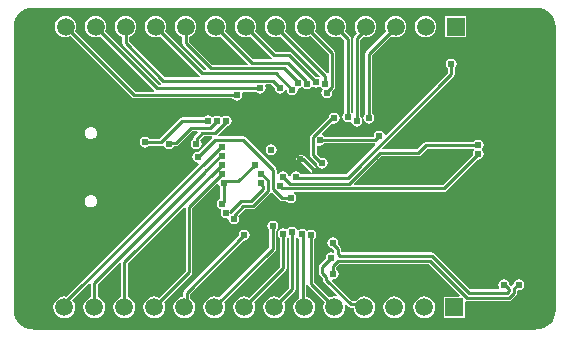
<source format=gbl>
8ebc24da6004435dabba0e82d969f979G04 Layer: TopLayer*
G04 EasyEDA v6.5.9, 2022-08-01 21:18:00*
G04 ac5e******************************************aa,10*
G04 Gerber Generator version 0.2*
G04 Scale: 100 percent, Rotated: No, Reflected: No *
G04 Dimensions in millimeters *
G04 leading zeros omitted , absolute positions ,4 integer and 5 decimal *
G04*
G04 #@! TF.GenerationSoftware,Altium Limited,Altium Designer,20.2.6 (244)*
G04*
G04 Layer_Physical_Order=2*
G04 Layer_Color=16711680*
%FSLAX25Y25*%
%MOIN*%
G70*
G04*
G04 #@! TF.SameCoordinates,E92D7ACF-12C1-4AFD-9B23-B2C13CE480F4*
G04*
G04*
G04 #@! TF.FilePolarity,Positive*
G04*
G01*
G75*
%ADD10C,0.01000*%
%ADD58C,0.05906*%
%ADD59R,0.05906X0.05906*%
%ADD60O,0.07087X0.04724*%
%ADD61O,0.07874X0.04724*%
%ADD62C,0.02400*%
G36*
X514245Y348758D02*
X515442Y348395D01*
X516545Y347805D01*
X517512Y347012D01*
X518305Y346045D01*
X518895Y344942D01*
X519258Y343745D01*
X519380Y342508D01*
X519378Y342500D01*
Y248000D01*
X519380Y247992D01*
X519258Y246755D01*
X518895Y245558D01*
X518305Y244455D01*
X517512Y243488D01*
X516545Y242695D01*
X515442Y242105D01*
X514245Y241742D01*
X513481Y241667D01*
X513000Y241622D01*
X512571Y241536D01*
X512543Y241518D01*
X512399Y241422D01*
X345601D01*
X345458Y241517D01*
X345429Y241536D01*
X345000Y241622D01*
X344519Y241667D01*
X343755Y241742D01*
X342558Y242105D01*
X341455Y242695D01*
X340488Y243488D01*
X339695Y244455D01*
X339105Y245558D01*
X338742Y246755D01*
X338620Y247992D01*
X338621Y248000D01*
Y342500D01*
X338620Y342508D01*
X338742Y343745D01*
X339105Y344942D01*
X339695Y346045D01*
X340488Y347012D01*
X341455Y347805D01*
X342558Y348395D01*
X343755Y348758D01*
X344992Y348880D01*
X345000Y348879D01*
X513000D01*
X513008Y348880D01*
X514245Y348758D01*
D02*
G37*
%LPC*%
G36*
X489553Y346053D02*
X482447D01*
Y338947D01*
X489553D01*
Y346053D01*
D02*
G37*
G36*
X476000Y346083D02*
X475072Y345961D01*
X474208Y345603D01*
X473466Y345034D01*
X472897Y344292D01*
X472539Y343427D01*
X472417Y342500D01*
X472539Y341573D01*
X472897Y340708D01*
X473466Y339966D01*
X474208Y339397D01*
X475072Y339039D01*
X476000Y338917D01*
X476928Y339039D01*
X477792Y339397D01*
X478534Y339966D01*
X479103Y340708D01*
X479461Y341573D01*
X479583Y342500D01*
X479461Y343427D01*
X479103Y344292D01*
X478534Y345034D01*
X477792Y345603D01*
X476928Y345961D01*
X476000Y346083D01*
D02*
G37*
G36*
X466000D02*
X465072Y345961D01*
X464208Y345603D01*
X463466Y345034D01*
X462897Y344292D01*
X462539Y343427D01*
X462417Y342500D01*
X462539Y341573D01*
X462816Y340902D01*
X456207Y334293D01*
X455964Y333929D01*
X455878Y333500D01*
X455878Y333500D01*
Y313415D01*
X455702Y313298D01*
X455304Y312702D01*
X455165Y312000D01*
X455304Y311298D01*
X455702Y310702D01*
X456298Y310304D01*
X457000Y310165D01*
X457702Y310304D01*
X458298Y310702D01*
X458696Y311298D01*
X458835Y312000D01*
X458696Y312702D01*
X458298Y313298D01*
X458122Y313415D01*
Y333035D01*
X464402Y339316D01*
X465072Y339039D01*
X466000Y338917D01*
X466927Y339039D01*
X467792Y339397D01*
X468534Y339966D01*
X469103Y340708D01*
X469461Y341573D01*
X469583Y342500D01*
X469461Y343427D01*
X469103Y344292D01*
X468534Y345034D01*
X467792Y345603D01*
X466927Y345961D01*
X466000Y346083D01*
D02*
G37*
G36*
X436000D02*
X435073Y345961D01*
X434208Y345603D01*
X433466Y345034D01*
X432897Y344292D01*
X432539Y343427D01*
X432417Y342500D01*
X432539Y341573D01*
X432897Y340708D01*
X433466Y339966D01*
X434208Y339397D01*
X435073Y339039D01*
X436000Y338917D01*
X436928Y339039D01*
X437598Y339316D01*
X443678Y333235D01*
Y327017D01*
X443178Y326865D01*
X443093Y326993D01*
X443093Y326993D01*
X429184Y340902D01*
X429461Y341573D01*
X429583Y342500D01*
X429461Y343427D01*
X429103Y344292D01*
X428534Y345034D01*
X427792Y345603D01*
X426928Y345961D01*
X426000Y346083D01*
X425072Y345961D01*
X424208Y345603D01*
X423466Y345034D01*
X422897Y344292D01*
X422539Y343427D01*
X422417Y342500D01*
X422539Y341573D01*
X422897Y340708D01*
X423466Y339966D01*
X424208Y339397D01*
X425072Y339039D01*
X426000Y338917D01*
X426928Y339039D01*
X427598Y339316D01*
X440911Y326003D01*
X440917Y325987D01*
X440884Y325841D01*
X440321Y325616D01*
X440202Y325696D01*
X439500Y325835D01*
X439292Y325794D01*
X431346Y333741D01*
X430982Y333984D01*
X430552Y334069D01*
X430552Y334069D01*
X426017D01*
X419184Y340902D01*
X419461Y341573D01*
X419583Y342500D01*
X419461Y343427D01*
X419103Y344292D01*
X418534Y345034D01*
X417792Y345603D01*
X416927Y345961D01*
X416000Y346083D01*
X415072Y345961D01*
X414208Y345603D01*
X413466Y345034D01*
X412897Y344292D01*
X412539Y343427D01*
X412417Y342500D01*
X412539Y341573D01*
X412897Y340708D01*
X413466Y339966D01*
X414208Y339397D01*
X415072Y339039D01*
X416000Y338917D01*
X416927Y339039D01*
X417598Y339316D01*
X424759Y332154D01*
X424759Y332154D01*
X424809Y332121D01*
X424657Y331622D01*
X418465D01*
X409184Y340902D01*
X409461Y341573D01*
X409583Y342500D01*
X409461Y343427D01*
X409103Y344292D01*
X408534Y345034D01*
X407792Y345603D01*
X406927Y345961D01*
X406000Y346083D01*
X405073Y345961D01*
X404208Y345603D01*
X403466Y345034D01*
X402897Y344292D01*
X402539Y343427D01*
X402417Y342500D01*
X402539Y341573D01*
X402897Y340708D01*
X403466Y339966D01*
X404208Y339397D01*
X405073Y339039D01*
X406000Y338917D01*
X406927Y339039D01*
X407598Y339316D01*
X416730Y330184D01*
X416539Y329721D01*
X404865D01*
X397122Y337465D01*
Y339119D01*
X397792Y339397D01*
X398534Y339966D01*
X399103Y340708D01*
X399461Y341573D01*
X399583Y342500D01*
X399461Y343427D01*
X399103Y344292D01*
X398534Y345034D01*
X397792Y345603D01*
X396927Y345961D01*
X396000Y346083D01*
X395073Y345961D01*
X394208Y345603D01*
X393466Y345034D01*
X392897Y344292D01*
X392539Y343427D01*
X392417Y342500D01*
X392539Y341573D01*
X392897Y340708D01*
X393466Y339966D01*
X394208Y339397D01*
X394879Y339119D01*
Y337000D01*
X394878Y337000D01*
X394964Y336571D01*
X395207Y336207D01*
X402830Y328584D01*
X402639Y328121D01*
X401965D01*
X389184Y340902D01*
X389461Y341573D01*
X389583Y342500D01*
X389461Y343427D01*
X389103Y344292D01*
X388534Y345034D01*
X387792Y345603D01*
X386927Y345961D01*
X386000Y346083D01*
X385073Y345961D01*
X384208Y345603D01*
X383466Y345034D01*
X382897Y344292D01*
X382539Y343427D01*
X382417Y342500D01*
X382539Y341573D01*
X382897Y340708D01*
X383466Y339966D01*
X384208Y339397D01*
X385073Y339039D01*
X386000Y338917D01*
X386927Y339039D01*
X387598Y339316D01*
X400707Y326207D01*
X400835Y326121D01*
X400683Y325622D01*
X388965D01*
X377121Y337465D01*
Y339119D01*
X377792Y339397D01*
X378534Y339966D01*
X379103Y340708D01*
X379461Y341573D01*
X379583Y342500D01*
X379461Y343427D01*
X379103Y344292D01*
X378534Y345034D01*
X377792Y345603D01*
X376927Y345961D01*
X376000Y346083D01*
X375073Y345961D01*
X374208Y345603D01*
X373466Y345034D01*
X372897Y344292D01*
X372539Y343427D01*
X372417Y342500D01*
X372539Y341573D01*
X372897Y340708D01*
X373466Y339966D01*
X374208Y339397D01*
X374879Y339119D01*
Y337000D01*
X374878Y337000D01*
X374964Y336571D01*
X375207Y336207D01*
X387707Y323707D01*
X387835Y323622D01*
X387683Y323122D01*
X386965D01*
X369184Y340902D01*
X369461Y341573D01*
X369583Y342500D01*
X369461Y343427D01*
X369103Y344292D01*
X368534Y345034D01*
X367792Y345603D01*
X366927Y345961D01*
X366000Y346083D01*
X365073Y345961D01*
X364208Y345603D01*
X363466Y345034D01*
X362897Y344292D01*
X362539Y343427D01*
X362417Y342500D01*
X362539Y341573D01*
X362897Y340708D01*
X363466Y339966D01*
X364208Y339397D01*
X365073Y339039D01*
X366000Y338917D01*
X366927Y339039D01*
X367598Y339316D01*
X385592Y321322D01*
X385446Y320869D01*
X385409Y320821D01*
X379265D01*
X359184Y340902D01*
X359461Y341573D01*
X359583Y342500D01*
X359461Y343427D01*
X359103Y344292D01*
X358534Y345034D01*
X357792Y345603D01*
X356927Y345961D01*
X356000Y346083D01*
X355073Y345961D01*
X354208Y345603D01*
X353466Y345034D01*
X352897Y344292D01*
X352539Y343427D01*
X352417Y342500D01*
X352539Y341573D01*
X352897Y340708D01*
X353466Y339966D01*
X354208Y339397D01*
X355073Y339039D01*
X356000Y338917D01*
X356927Y339039D01*
X357598Y339316D01*
X378007Y318907D01*
X378371Y318664D01*
X378800Y318578D01*
X378800Y318579D01*
X411585D01*
X411702Y318402D01*
X412298Y318004D01*
X413000Y317865D01*
X413702Y318004D01*
X414298Y318402D01*
X414696Y318998D01*
X414835Y319700D01*
X414700Y320378D01*
X414695Y320467D01*
X414953Y320879D01*
X419350D01*
X419468Y320702D01*
X420064Y320304D01*
X420766Y320165D01*
X421468Y320304D01*
X422064Y320702D01*
X422462Y321298D01*
X422601Y322000D01*
X422462Y322702D01*
X422344Y322879D01*
X422611Y323378D01*
X424535D01*
X425706Y322208D01*
X425665Y322000D01*
X425804Y321298D01*
X426202Y320702D01*
X426798Y320304D01*
X427500Y320165D01*
X428202Y320304D01*
X428798Y320702D01*
X429195Y321297D01*
X429197Y321298D01*
X429705Y321297D01*
X429804Y320798D01*
X430202Y320202D01*
X430798Y319804D01*
X431500Y319665D01*
X432202Y319804D01*
X432798Y320202D01*
X433196Y320798D01*
X433335Y321500D01*
X433320Y321578D01*
X433724Y322108D01*
X434076Y322178D01*
X434671Y322576D01*
X434953D01*
X435202Y322202D01*
X435798Y321804D01*
X436500Y321665D01*
X437202Y321804D01*
X437798Y322202D01*
X438132Y322702D01*
X438202D01*
X438798Y322304D01*
X439500Y322165D01*
X440202Y322304D01*
X440431Y322457D01*
X441111Y322339D01*
X441202Y322202D01*
X441702Y321868D01*
Y321798D01*
X441304Y321202D01*
X441165Y320500D01*
X441304Y319798D01*
X441702Y319202D01*
X442298Y318804D01*
X443000Y318665D01*
X443702Y318804D01*
X444298Y319202D01*
X444696Y319798D01*
X444835Y320500D01*
X444758Y320890D01*
X445593Y321725D01*
X445593Y321725D01*
X445836Y322089D01*
X445922Y322518D01*
Y333700D01*
X445922Y333700D01*
X445836Y334129D01*
X445593Y334493D01*
X439184Y340902D01*
X439461Y341573D01*
X439583Y342500D01*
X439461Y343427D01*
X439103Y344292D01*
X438534Y345034D01*
X437792Y345603D01*
X436928Y345961D01*
X436000Y346083D01*
D02*
G37*
G36*
X456000D02*
X455072Y345961D01*
X454208Y345603D01*
X453466Y345034D01*
X452897Y344292D01*
X452539Y343427D01*
X452417Y342500D01*
X452539Y341573D01*
X452897Y340708D01*
X453139Y340392D01*
X452207Y339460D01*
X451964Y339096D01*
X451878Y338667D01*
X451878Y338667D01*
Y314076D01*
X451378Y313859D01*
X451122Y314064D01*
Y338500D01*
X451036Y338929D01*
X450793Y339293D01*
X450793Y339293D01*
X449184Y340902D01*
X449461Y341573D01*
X449583Y342500D01*
X449461Y343427D01*
X449103Y344292D01*
X448534Y345034D01*
X447792Y345603D01*
X446927Y345961D01*
X446000Y346083D01*
X445073Y345961D01*
X444208Y345603D01*
X443466Y345034D01*
X442897Y344292D01*
X442539Y343427D01*
X442417Y342500D01*
X442539Y341573D01*
X442897Y340708D01*
X443466Y339966D01*
X444208Y339397D01*
X445073Y339039D01*
X446000Y338917D01*
X446927Y339039D01*
X447598Y339316D01*
X448878Y338035D01*
Y313915D01*
X448702Y313798D01*
X448304Y313202D01*
X448165Y312500D01*
X448304Y311798D01*
X448702Y311202D01*
X449298Y310804D01*
X450000Y310665D01*
X450702Y310804D01*
X451250Y310569D01*
X451304Y310298D01*
X451702Y309702D01*
X452298Y309304D01*
X453000Y309165D01*
X453702Y309304D01*
X454298Y309702D01*
X454696Y310298D01*
X454835Y311000D01*
X454696Y311702D01*
X454298Y312298D01*
X454122Y312415D01*
Y338203D01*
X454991Y339072D01*
X455072Y339039D01*
X456000Y338917D01*
X456927Y339039D01*
X457792Y339397D01*
X458534Y339966D01*
X459103Y340708D01*
X459461Y341573D01*
X459583Y342500D01*
X459461Y343427D01*
X459103Y344292D01*
X458534Y345034D01*
X457792Y345603D01*
X456927Y345961D01*
X456000Y346083D01*
D02*
G37*
G36*
X484500Y331835D02*
X483798Y331696D01*
X483202Y331298D01*
X482804Y330702D01*
X482665Y330000D01*
X482804Y329298D01*
X483202Y328702D01*
X483378Y328585D01*
Y327212D01*
X462714Y306547D01*
X462241Y306656D01*
X462182Y306723D01*
X461798Y307298D01*
X461202Y307696D01*
X460500Y307835D01*
X459798Y307696D01*
X459202Y307298D01*
X458804Y306702D01*
X458665Y306000D01*
X458515Y305817D01*
X442213D01*
X442095Y305993D01*
X441520Y306378D01*
X441454Y306436D01*
X441345Y306909D01*
X444763Y310328D01*
X444798Y310304D01*
X445500Y310165D01*
X446202Y310304D01*
X446798Y310702D01*
X447196Y311298D01*
X447335Y312000D01*
X447196Y312702D01*
X446798Y313298D01*
X446202Y313696D01*
X445500Y313835D01*
X444798Y313696D01*
X444202Y313298D01*
X443804Y312702D01*
X443764Y312501D01*
X437705Y306441D01*
X437462Y306077D01*
X437376Y305648D01*
X437376Y305648D01*
Y299750D01*
X437376Y299750D01*
X437462Y299320D01*
X437705Y298957D01*
X439614Y297047D01*
X439604Y297000D01*
X439744Y296298D01*
X440142Y295702D01*
X440737Y295304D01*
X441439Y295165D01*
X442142Y295304D01*
X442737Y295702D01*
X443135Y296298D01*
X443275Y297000D01*
X443135Y297702D01*
X442737Y298298D01*
X442142Y298696D01*
X441439Y298835D01*
X441071Y298762D01*
X439619Y300214D01*
Y302743D01*
X440031Y303001D01*
X440119Y302995D01*
X440798Y302860D01*
X441500Y303000D01*
X442095Y303398D01*
X442213Y303574D01*
X459033D01*
X459250Y303151D01*
X459257Y303091D01*
X449488Y293321D01*
X440091D01*
X440011Y293425D01*
X439870Y293822D01*
X440036Y294071D01*
X440122Y294500D01*
X440036Y294929D01*
X439793Y295293D01*
X435793Y299293D01*
X435429Y299536D01*
X435000Y299622D01*
X435000Y299622D01*
X434000D01*
X433571Y299536D01*
X433207Y299293D01*
X432964Y298929D01*
X432878Y298500D01*
X432964Y298071D01*
X433207Y297707D01*
X433571Y297464D01*
X434000Y297378D01*
X434535D01*
X438092Y293822D01*
X437946Y293369D01*
X437909Y293321D01*
X434359D01*
X434040Y293798D01*
X433445Y294196D01*
X432743Y294335D01*
X432040Y294196D01*
X431445Y293798D01*
X431047Y293202D01*
X430960Y292764D01*
X430888Y292684D01*
X430436Y292505D01*
X430317Y292593D01*
X430196Y293202D01*
X429798Y293798D01*
X429202Y294196D01*
X428500Y294335D01*
X427798Y294196D01*
X427202Y293798D01*
X426822Y293228D01*
X426785Y293222D01*
X426322Y293427D01*
Y294800D01*
X426322Y294800D01*
X426236Y295229D01*
X425993Y295593D01*
X425993Y295593D01*
X415993Y305593D01*
X415629Y305836D01*
X415200Y305922D01*
X415200Y305922D01*
X406941D01*
X406928Y305938D01*
X406760Y306421D01*
X409504Y309166D01*
X410202Y309304D01*
X410798Y309702D01*
X411196Y310298D01*
X411335Y311000D01*
X411196Y311702D01*
X410798Y312298D01*
X410202Y312696D01*
X409500Y312835D01*
X408798Y312696D01*
X408202Y312298D01*
X407798D01*
X407202Y312696D01*
X406500Y312835D01*
X405798Y312696D01*
X405202Y312298D01*
X404756D01*
X404671Y312424D01*
X404076Y312822D01*
X403374Y312962D01*
X402671Y312822D01*
X402076Y312424D01*
X401958Y312248D01*
X394874D01*
X394874Y312248D01*
X394444Y312162D01*
X394081Y311919D01*
X394081Y311919D01*
X387283Y305121D01*
X383915D01*
X383798Y305298D01*
X383202Y305696D01*
X382500Y305835D01*
X381798Y305696D01*
X381202Y305298D01*
X380804Y304702D01*
X380665Y304000D01*
X380804Y303298D01*
X381202Y302702D01*
X381798Y302304D01*
X382500Y302165D01*
X383202Y302304D01*
X383798Y302702D01*
X383915Y302878D01*
X387747D01*
X387747Y302878D01*
X388176Y302964D01*
X388252Y303014D01*
X388804Y302798D01*
X389202Y302202D01*
X389798Y301804D01*
X390500Y301665D01*
X391202Y301804D01*
X391798Y302202D01*
X392094Y302646D01*
X392768D01*
X392768Y302646D01*
X393197Y302732D01*
X393561Y302975D01*
X398157Y307571D01*
X399831D01*
X400023Y307109D01*
X398866Y305952D01*
X398623Y305588D01*
X398538Y305159D01*
X398538Y305159D01*
Y305022D01*
X398202Y304798D01*
X397804Y304202D01*
X397665Y303500D01*
X397804Y302798D01*
X398202Y302202D01*
X398798Y301804D01*
X399500Y301665D01*
X400202Y301804D01*
X400798Y302202D01*
X401196Y302798D01*
X401335Y303500D01*
X401196Y304202D01*
X400832Y304746D01*
X402057Y305971D01*
X404704D01*
X404717Y305954D01*
X404884Y305471D01*
X400208Y300794D01*
X400000Y300835D01*
X399298Y300696D01*
X398702Y300298D01*
X398304Y299702D01*
X398165Y299000D01*
X398304Y298298D01*
X398702Y297702D01*
X399298Y297304D01*
X400000Y297165D01*
X400148Y297194D01*
X400395Y296733D01*
X356158Y252497D01*
X355500Y252583D01*
X354573Y252461D01*
X353708Y252103D01*
X352966Y251534D01*
X352397Y250792D01*
X352039Y249927D01*
X351917Y249000D01*
X352039Y248073D01*
X352397Y247208D01*
X352966Y246466D01*
X353708Y245897D01*
X354573Y245539D01*
X355500Y245417D01*
X356427Y245539D01*
X357292Y245897D01*
X358034Y246466D01*
X358603Y247208D01*
X358961Y248073D01*
X359083Y249000D01*
X358961Y249927D01*
X358603Y250792D01*
X358179Y251345D01*
X363895Y257062D01*
X363955Y257054D01*
X364378Y256838D01*
Y252381D01*
X363708Y252103D01*
X362966Y251534D01*
X362397Y250792D01*
X362039Y249927D01*
X361917Y249000D01*
X362039Y248073D01*
X362397Y247208D01*
X362966Y246466D01*
X363708Y245897D01*
X364573Y245539D01*
X365500Y245417D01*
X366427Y245539D01*
X367292Y245897D01*
X368034Y246466D01*
X368603Y247208D01*
X368961Y248073D01*
X369083Y249000D01*
X368961Y249927D01*
X368603Y250792D01*
X368034Y251534D01*
X367292Y252103D01*
X366621Y252381D01*
Y256535D01*
X373879Y263792D01*
X374378Y263585D01*
Y252381D01*
X373708Y252103D01*
X372966Y251534D01*
X372397Y250792D01*
X372039Y249927D01*
X371917Y249000D01*
X372039Y248073D01*
X372397Y247208D01*
X372966Y246466D01*
X373708Y245897D01*
X374573Y245539D01*
X375500Y245417D01*
X376427Y245539D01*
X377292Y245897D01*
X378034Y246466D01*
X378603Y247208D01*
X378961Y248073D01*
X379083Y249000D01*
X378961Y249927D01*
X378603Y250792D01*
X378034Y251534D01*
X377292Y252103D01*
X376622Y252381D01*
Y263575D01*
X395480Y282434D01*
X395540Y282426D01*
X395964Y282210D01*
Y261050D01*
X387098Y252184D01*
X386427Y252461D01*
X385500Y252583D01*
X384573Y252461D01*
X383708Y252103D01*
X382966Y251534D01*
X382397Y250792D01*
X382039Y249927D01*
X381917Y249000D01*
X382039Y248073D01*
X382397Y247208D01*
X382966Y246466D01*
X383708Y245897D01*
X384573Y245539D01*
X385500Y245417D01*
X386427Y245539D01*
X387292Y245897D01*
X388034Y246466D01*
X388603Y247208D01*
X388961Y248073D01*
X389083Y249000D01*
X388961Y249927D01*
X388684Y250598D01*
X397878Y259792D01*
X397878Y259792D01*
X398122Y260156D01*
X398207Y260585D01*
X398207Y260585D01*
Y281907D01*
X406384Y290084D01*
X406926Y289919D01*
X406978Y289661D01*
X407375Y289065D01*
X407551Y288948D01*
Y285213D01*
X407462Y285196D01*
X406867Y284798D01*
X406469Y284202D01*
X406329Y283500D01*
X406469Y282798D01*
X406867Y282202D01*
X407462Y281804D01*
X407678Y281762D01*
X407869Y281300D01*
X407804Y281202D01*
X407665Y280500D01*
X407804Y279798D01*
X408202Y279202D01*
X408798Y278804D01*
X409500Y278665D01*
X409695Y278704D01*
X410165Y278500D01*
X410198Y278333D01*
X410304Y277798D01*
X410702Y277202D01*
X411298Y276804D01*
X412000Y276665D01*
X412702Y276804D01*
X413298Y277202D01*
X413696Y277798D01*
X413835Y278500D01*
X413696Y279202D01*
X413485Y279518D01*
X415609Y281641D01*
X418340D01*
X418340Y281641D01*
X418769Y281727D01*
X419133Y281970D01*
X424093Y286930D01*
X424093Y286930D01*
X424266Y287188D01*
X424682Y287306D01*
X424850Y287312D01*
X427454Y284707D01*
X427454Y284707D01*
X427818Y284464D01*
X428247Y284378D01*
X428247Y284379D01*
X429585D01*
X429702Y284202D01*
X430298Y283804D01*
X431000Y283665D01*
X431702Y283804D01*
X432298Y284202D01*
X432696Y284798D01*
X432835Y285500D01*
X432696Y286202D01*
X432298Y286798D01*
X432027Y286979D01*
X432179Y287478D01*
X482100D01*
X482100Y287478D01*
X482529Y287564D01*
X482893Y287807D01*
X493292Y298206D01*
X493500Y298165D01*
X494202Y298304D01*
X494798Y298702D01*
X495196Y299298D01*
X495335Y300000D01*
X495196Y300702D01*
X494798Y301298D01*
Y301702D01*
X495196Y302298D01*
X495335Y303000D01*
X495196Y303702D01*
X494798Y304298D01*
X494202Y304696D01*
X493500Y304835D01*
X492798Y304696D01*
X492202Y304298D01*
X492085Y304121D01*
X476061D01*
X475631Y304036D01*
X475268Y303793D01*
X475268Y303793D01*
X473096Y301622D01*
X461614D01*
X461422Y302083D01*
X485293Y325954D01*
X485293Y325954D01*
X485536Y326318D01*
X485622Y326747D01*
Y328585D01*
X485798Y328702D01*
X486196Y329298D01*
X486335Y330000D01*
X486196Y330702D01*
X485798Y331298D01*
X485202Y331696D01*
X484500Y331835D01*
D02*
G37*
G36*
X364636Y309105D02*
X364088D01*
X363968Y309056D01*
X363839D01*
X363333Y308846D01*
X363242Y308755D01*
X363122Y308705D01*
X362735Y308318D01*
X362685Y308198D01*
X362594Y308107D01*
X362384Y307601D01*
Y307471D01*
X362335Y307352D01*
Y306804D01*
X362384Y306684D01*
Y306555D01*
X362594Y306049D01*
X362685Y305958D01*
X362735Y305838D01*
X363122Y305451D01*
X363242Y305401D01*
X363333Y305310D01*
X363839Y305100D01*
X363969D01*
X364088Y305051D01*
X364636D01*
X364755Y305100D01*
X364885D01*
X365391Y305310D01*
X365482Y305401D01*
X365602Y305451D01*
X365989Y305838D01*
X366039Y305958D01*
X366130Y306049D01*
X366340Y306555D01*
Y306684D01*
X366389Y306804D01*
Y307352D01*
X366340Y307471D01*
Y307601D01*
X366130Y308107D01*
X366039Y308198D01*
X365989Y308318D01*
X365602Y308705D01*
X365482Y308755D01*
X365391Y308846D01*
X364885Y309056D01*
X364756D01*
X364636Y309105D01*
D02*
G37*
G36*
X424500Y303335D02*
X423798Y303196D01*
X423202Y302798D01*
X422804Y302202D01*
X422665Y301500D01*
X422804Y300798D01*
X423202Y300202D01*
X423798Y299804D01*
X424500Y299665D01*
X425202Y299804D01*
X425798Y300202D01*
X426196Y300798D01*
X426335Y301500D01*
X426196Y302202D01*
X425798Y302798D01*
X425202Y303196D01*
X424500Y303335D01*
D02*
G37*
G36*
X364636Y286349D02*
X364088D01*
X363968Y286300D01*
X363839D01*
X363333Y286090D01*
X363242Y285999D01*
X363122Y285949D01*
X362735Y285562D01*
X362685Y285442D01*
X362594Y285351D01*
X362384Y284845D01*
Y284715D01*
X362335Y284596D01*
Y284048D01*
X362384Y283928D01*
Y283799D01*
X362594Y283293D01*
X362685Y283202D01*
X362735Y283082D01*
X363122Y282695D01*
X363242Y282645D01*
X363333Y282554D01*
X363839Y282344D01*
X363969D01*
X364088Y282295D01*
X364636D01*
X364755Y282344D01*
X364885D01*
X365391Y282554D01*
X365482Y282645D01*
X365602Y282695D01*
X365989Y283082D01*
X366039Y283202D01*
X366130Y283293D01*
X366340Y283799D01*
Y283928D01*
X366389Y284048D01*
Y284596D01*
X366340Y284716D01*
Y284845D01*
X366130Y285351D01*
X366039Y285442D01*
X365989Y285562D01*
X365602Y285949D01*
X365482Y285999D01*
X365391Y286090D01*
X364885Y286300D01*
X364756D01*
X364636Y286349D01*
D02*
G37*
G36*
X431500Y275835D02*
X430798Y275696D01*
X430202Y275298D01*
X430111Y275161D01*
X429431Y275043D01*
X429202Y275196D01*
X428500Y275335D01*
X427798Y275196D01*
X427202Y274798D01*
X426804Y274202D01*
X426665Y273500D01*
X426804Y272798D01*
X427202Y272202D01*
X427378Y272085D01*
Y262465D01*
X417098Y252184D01*
X416428Y252461D01*
X415500Y252583D01*
X414572Y252461D01*
X413708Y252103D01*
X412966Y251534D01*
X412397Y250792D01*
X412039Y249927D01*
X411917Y249000D01*
X412039Y248073D01*
X412397Y247208D01*
X412966Y246466D01*
X413708Y245897D01*
X414572Y245539D01*
X415500Y245417D01*
X416428Y245539D01*
X417292Y245897D01*
X418034Y246466D01*
X418603Y247208D01*
X418961Y248073D01*
X419083Y249000D01*
X418961Y249927D01*
X418684Y250598D01*
X429293Y261207D01*
X429293Y261207D01*
X429536Y261571D01*
X429622Y262000D01*
X429622Y262000D01*
Y271936D01*
X429878Y272141D01*
X430378Y271924D01*
Y255465D01*
X427098Y252184D01*
X426428Y252461D01*
X425500Y252583D01*
X424573Y252461D01*
X423708Y252103D01*
X422966Y251534D01*
X422397Y250792D01*
X422039Y249927D01*
X421917Y249000D01*
X422039Y248073D01*
X422397Y247208D01*
X422966Y246466D01*
X423708Y245897D01*
X424573Y245539D01*
X425500Y245417D01*
X426428Y245539D01*
X427292Y245897D01*
X428034Y246466D01*
X428603Y247208D01*
X428961Y248073D01*
X429083Y249000D01*
X428961Y249927D01*
X428684Y250598D01*
X432293Y254207D01*
X432293Y254207D01*
X432536Y254571D01*
X432622Y255000D01*
X432622Y255000D01*
Y272360D01*
X433073Y272497D01*
X433190Y272409D01*
X433405Y272087D01*
X433849Y271790D01*
Y252162D01*
X433708Y252103D01*
X432966Y251534D01*
X432397Y250792D01*
X432039Y249927D01*
X431917Y249000D01*
X432039Y248073D01*
X432397Y247208D01*
X432966Y246466D01*
X433708Y245897D01*
X434573Y245539D01*
X435500Y245417D01*
X436427Y245539D01*
X437292Y245897D01*
X438034Y246466D01*
X438603Y247208D01*
X438961Y248073D01*
X439083Y249000D01*
X438961Y249927D01*
X438603Y250792D01*
X438034Y251534D01*
X437292Y252103D01*
X436427Y252461D01*
X436093Y252505D01*
Y256680D01*
X436592Y256730D01*
X436664Y256371D01*
X436907Y256007D01*
X442316Y250598D01*
X442039Y249927D01*
X441917Y249000D01*
X442039Y248073D01*
X442397Y247208D01*
X442966Y246466D01*
X443708Y245897D01*
X444572Y245539D01*
X445500Y245417D01*
X446427Y245539D01*
X447292Y245897D01*
X448034Y246466D01*
X448603Y247208D01*
X448961Y248073D01*
X449083Y249000D01*
X448989Y249718D01*
X449463Y249951D01*
X450268Y249146D01*
X450268Y249146D01*
X450632Y248902D01*
X451061Y248817D01*
X451061Y248817D01*
X451941D01*
X452039Y248073D01*
X452397Y247208D01*
X452966Y246466D01*
X453708Y245897D01*
X454572Y245539D01*
X455500Y245417D01*
X456427Y245539D01*
X457292Y245897D01*
X458034Y246466D01*
X458603Y247208D01*
X458961Y248073D01*
X459083Y249000D01*
X458961Y249927D01*
X458603Y250792D01*
X458034Y251534D01*
X457292Y252103D01*
X456427Y252461D01*
X455500Y252583D01*
X454572Y252461D01*
X453708Y252103D01*
X452966Y251534D01*
X452603Y251060D01*
X451526D01*
X444725Y257861D01*
X444971Y258322D01*
X445126Y258291D01*
X445829Y258431D01*
X446424Y258829D01*
X446822Y259424D01*
X446962Y260126D01*
X446822Y260829D01*
X446424Y261424D01*
X446248Y261542D01*
Y262375D01*
X447291Y263418D01*
X476957D01*
X487360Y253015D01*
X487169Y252553D01*
X481947D01*
Y245447D01*
X489053D01*
Y250795D01*
X489553Y251120D01*
X489761Y251079D01*
X503777D01*
X503777Y251078D01*
X504206Y251164D01*
X504570Y251407D01*
X506093Y252930D01*
X506093Y252930D01*
X506336Y253294D01*
X506422Y253723D01*
X506422Y253723D01*
Y254270D01*
X506922Y254680D01*
X507000Y254665D01*
X507702Y254804D01*
X508298Y255202D01*
X508696Y255798D01*
X508835Y256500D01*
X508696Y257202D01*
X508298Y257798D01*
X507702Y258196D01*
X507000Y258335D01*
X506298Y258196D01*
X505702Y257798D01*
X505304Y257202D01*
X505197Y256663D01*
X505093Y256593D01*
X505093Y256593D01*
X504834Y256335D01*
X504500Y256014D01*
X504166Y256335D01*
X503907Y256593D01*
X503803Y256663D01*
X503696Y257202D01*
X503298Y257798D01*
X502702Y258196D01*
X502000Y258335D01*
X501298Y258196D01*
X500702Y257798D01*
X500304Y257202D01*
X500165Y256500D01*
X500304Y255798D01*
X500556Y255421D01*
X500291Y254922D01*
X490889D01*
X478878Y266932D01*
X478514Y267176D01*
X478085Y267261D01*
X478085Y267261D01*
X447850D01*
X447804Y267308D01*
Y268439D01*
X447718Y268868D01*
X447475Y269232D01*
X447475Y269232D01*
X446731Y269976D01*
X446835Y270500D01*
X446696Y271202D01*
X446298Y271798D01*
X445702Y272196D01*
X445000Y272335D01*
X444298Y272196D01*
X443702Y271798D01*
X443304Y271202D01*
X443165Y270500D01*
X443304Y269798D01*
X443702Y269202D01*
X444298Y268804D01*
X444838Y268697D01*
X445558Y267977D01*
X445523Y267490D01*
X445060Y267224D01*
X444500Y267335D01*
X443798Y267196D01*
X443202Y266798D01*
X442804Y266202D01*
X442665Y265500D01*
X442706Y265292D01*
X440707Y263293D01*
X440464Y262929D01*
X440378Y262500D01*
X440378Y262500D01*
Y260500D01*
X440378Y260500D01*
X440464Y260071D01*
X440707Y259707D01*
X441705Y258709D01*
Y258174D01*
X441705Y258174D01*
X441790Y257745D01*
X442033Y257381D01*
X446451Y252962D01*
X446218Y252489D01*
X445500Y252583D01*
X444572Y252461D01*
X443902Y252184D01*
X438822Y257265D01*
Y271656D01*
X438983Y271764D01*
X439381Y272359D01*
X439521Y273062D01*
X439381Y273764D01*
X438983Y274359D01*
X438388Y274757D01*
X437686Y274897D01*
X436983Y274757D01*
X436388Y274359D01*
X436217D01*
X436001Y274682D01*
X435405Y275080D01*
X434703Y275220D01*
X434001Y275080D01*
X433654Y274848D01*
X433324Y274743D01*
X433013Y274976D01*
X432798Y275298D01*
X432202Y275696D01*
X431500Y275835D01*
D02*
G37*
G36*
X415500Y274835D02*
X414798Y274696D01*
X414202Y274298D01*
X413804Y273702D01*
X413665Y273000D01*
X413706Y272792D01*
X395538Y254625D01*
X395295Y254261D01*
X395210Y253832D01*
X395210Y253832D01*
Y252545D01*
X394573Y252461D01*
X393708Y252103D01*
X392966Y251534D01*
X392397Y250792D01*
X392039Y249927D01*
X391917Y249000D01*
X392039Y248073D01*
X392397Y247208D01*
X392966Y246466D01*
X393708Y245897D01*
X394573Y245539D01*
X395500Y245417D01*
X396427Y245539D01*
X397292Y245897D01*
X398034Y246466D01*
X398603Y247208D01*
X398961Y248073D01*
X399083Y249000D01*
X398961Y249927D01*
X398603Y250792D01*
X398034Y251534D01*
X397453Y251979D01*
Y253367D01*
X415292Y271206D01*
X415500Y271165D01*
X416202Y271304D01*
X416798Y271702D01*
X417196Y272298D01*
X417335Y273000D01*
X417196Y273702D01*
X416798Y274298D01*
X416202Y274696D01*
X415500Y274835D01*
D02*
G37*
G36*
X425015Y277774D02*
X424313Y277635D01*
X423717Y277237D01*
X423319Y276641D01*
X423180Y275939D01*
X423319Y275237D01*
X423717Y274641D01*
X423893Y274524D01*
Y268980D01*
X407098Y252184D01*
X406427Y252461D01*
X405500Y252583D01*
X404573Y252461D01*
X403708Y252103D01*
X402966Y251534D01*
X402397Y250792D01*
X402039Y249927D01*
X401917Y249000D01*
X402039Y248073D01*
X402397Y247208D01*
X402966Y246466D01*
X403708Y245897D01*
X404573Y245539D01*
X405500Y245417D01*
X406427Y245539D01*
X407292Y245897D01*
X408034Y246466D01*
X408603Y247208D01*
X408961Y248073D01*
X409083Y249000D01*
X408961Y249927D01*
X408684Y250598D01*
X425808Y267722D01*
X425808Y267722D01*
X426051Y268086D01*
X426137Y268515D01*
X426136Y268515D01*
Y274524D01*
X426313Y274641D01*
X426711Y275237D01*
X426850Y275939D01*
X426711Y276641D01*
X426313Y277237D01*
X425717Y277635D01*
X425015Y277774D01*
D02*
G37*
G36*
X475500Y252583D02*
X474573Y252461D01*
X473708Y252103D01*
X472966Y251534D01*
X472397Y250792D01*
X472039Y249927D01*
X471917Y249000D01*
X472039Y248073D01*
X472397Y247208D01*
X472966Y246466D01*
X473708Y245897D01*
X474573Y245539D01*
X475500Y245417D01*
X476428Y245539D01*
X477292Y245897D01*
X478034Y246466D01*
X478603Y247208D01*
X478961Y248073D01*
X479083Y249000D01*
X478961Y249927D01*
X478603Y250792D01*
X478034Y251534D01*
X477292Y252103D01*
X476428Y252461D01*
X475500Y252583D01*
D02*
G37*
G36*
X465500D02*
X464572Y252461D01*
X463708Y252103D01*
X462966Y251534D01*
X462397Y250792D01*
X462039Y249927D01*
X461917Y249000D01*
X462039Y248073D01*
X462397Y247208D01*
X462966Y246466D01*
X463708Y245897D01*
X464572Y245539D01*
X465500Y245417D01*
X466428Y245539D01*
X467292Y245897D01*
X468034Y246466D01*
X468603Y247208D01*
X468961Y248073D01*
X469083Y249000D01*
X468961Y249927D01*
X468603Y250792D01*
X468034Y251534D01*
X467292Y252103D01*
X466428Y252461D01*
X465500Y252583D01*
D02*
G37*
%LPD*%
G36*
X492111Y301838D02*
X492202Y301298D01*
X491804Y300702D01*
X491665Y300000D01*
X491706Y299792D01*
X481635Y289721D01*
X452224D01*
X452032Y290183D01*
X461227Y299378D01*
X473560D01*
X473561Y299378D01*
X473990Y299464D01*
X474354Y299707D01*
X476525Y301878D01*
X492085D01*
X492111Y301838D01*
D02*
G37*
D10*
X408673Y284008D02*
Y290363D01*
X408165Y283500D02*
X408673Y284008D01*
X408500Y290427D02*
X409073Y291000D01*
X413500D02*
X419000Y296500D01*
X409073Y291000D02*
X413500D01*
X435000Y298500D02*
X439000Y294500D01*
X434000Y298500D02*
X435000D01*
X449953Y292200D02*
X484500Y326747D01*
X433043Y292200D02*
X449953D01*
X432743Y292500D02*
X433043Y292200D01*
X438498Y299750D02*
X441247Y297000D01*
X441439D01*
X438498Y299750D02*
Y305648D01*
X430800Y290200D02*
X450463D01*
X427995Y288600D02*
X482100D01*
X440798Y304696D02*
X459196D01*
X460500Y306000D01*
X438498Y305648D02*
X444849Y312000D01*
X445500D01*
X385500Y249000D02*
X397085Y260585D01*
Y282372D01*
X408000Y293286D01*
X375500Y249000D02*
Y264039D01*
X407961Y296500D01*
X365500Y249000D02*
Y257000D01*
X402500Y294000D01*
Y294292D01*
X407708Y299500D02*
X408000D01*
X402500Y294292D02*
X407708Y299500D01*
X355500Y249000D02*
Y250253D01*
X407747Y302500D01*
X408000D01*
X445126Y262840D02*
X446826Y264539D01*
X445000Y270121D02*
Y270500D01*
X446826Y264539D02*
X477422D01*
X445126Y260126D02*
Y262840D01*
X445000Y270121D02*
X446682Y268439D01*
Y266843D02*
Y268439D01*
Y266843D02*
X447386Y266139D01*
X437700Y256800D02*
Y273047D01*
X437686Y273062D02*
X437700Y273047D01*
X505300Y255214D02*
X505886Y255800D01*
X505921D02*
X506661Y256540D01*
X477422Y264539D02*
X489761Y252200D01*
X503777D02*
X505300Y253723D01*
X505886Y255800D02*
X505921D01*
X506661Y256540D02*
X506960D01*
X447386Y266139D02*
X478085D01*
X503079Y255800D02*
X503114D01*
X502379Y256500D02*
X503079Y255800D01*
X502000Y256500D02*
X502379D01*
X505300Y253723D02*
Y255214D01*
X478085Y266139D02*
X490424Y253800D01*
X503114D01*
X503700Y254386D01*
Y255214D01*
X503114Y255800D02*
X503700Y255214D01*
X489761Y252200D02*
X503777D01*
X451061Y249939D02*
X454561D01*
X442826Y258174D02*
Y259174D01*
X454561Y249939D02*
X455500Y249000D01*
X442826Y258174D02*
X451061Y249939D01*
X441500Y260500D02*
Y262500D01*
Y260500D02*
X442826Y259174D01*
X441500Y262500D02*
X444500Y265500D01*
X437700Y256800D02*
X445500Y249000D01*
X434971Y249529D02*
X435500Y249000D01*
X434971Y249529D02*
Y273117D01*
X434703Y273385D02*
X434971Y273117D01*
X425500Y249000D02*
X431500Y255000D01*
Y274000D01*
X415500Y249000D02*
X428500Y262000D01*
Y273500D01*
X405500Y249000D02*
X425015Y268515D01*
Y275939D01*
X395500Y249000D02*
X396332Y249832D01*
Y253832D01*
X415500Y273000D01*
X421253Y293500D02*
X423300Y291453D01*
X421000Y293500D02*
X421253D01*
X423300Y287723D02*
Y291453D01*
X418340Y282763D02*
X423300Y287723D01*
X415144Y282763D02*
X418340D01*
X412268Y279887D02*
X415144Y282763D01*
X421000Y290121D02*
Y290500D01*
Y290121D02*
X421700Y289421D01*
Y288386D02*
Y289421D01*
X417677Y284363D02*
X421700Y288386D01*
X414482Y284363D02*
X417677D01*
X410886Y280768D02*
X414482Y284363D01*
X415200Y304800D02*
X425200Y294800D01*
X405800Y304800D02*
X415200D01*
X425200Y288547D02*
Y294800D01*
X400000Y299000D02*
X405800Y304800D01*
X399500Y303500D02*
X399659Y303659D01*
Y305159D01*
X425200Y288547D02*
X428247Y285500D01*
X431000D01*
X427500Y289095D02*
X427995Y288600D01*
X427500Y289095D02*
Y289500D01*
X482100Y288600D02*
X493500Y300000D01*
X428500Y292500D02*
X430800Y290200D01*
X484500Y326747D02*
Y330000D01*
X450463Y290200D02*
X460763Y300500D01*
X473561D01*
X476061Y303000D02*
X493500D01*
X473561Y300500D02*
X476061Y303000D01*
X457000Y333500D02*
X466000Y342500D01*
X457000Y312000D02*
Y333500D01*
X456000Y341667D02*
Y342500D01*
X453000Y338667D02*
X456000Y341667D01*
X453000Y311000D02*
Y338667D01*
X446000Y342500D02*
X450000Y338500D01*
Y312500D02*
Y338500D01*
X443000Y320500D02*
Y320718D01*
X442300Y323700D02*
Y326200D01*
Y323700D02*
X442500Y323500D01*
X430552Y332947D02*
X439500Y324000D01*
X443000Y320718D02*
X444800Y322518D01*
X436000Y342500D02*
X444800Y333700D01*
Y322518D02*
Y333700D01*
X426000Y342500D02*
X442300Y326200D01*
X425553Y332947D02*
X430552D01*
X416000Y342500D02*
X416000D01*
X425553Y332947D01*
X435674Y324705D02*
Y324826D01*
X430000Y330500D02*
X435674Y324826D01*
X418000Y330500D02*
X430000D01*
X433374Y323874D02*
Y324126D01*
X436500Y323500D02*
Y323879D01*
X435674Y324705D02*
X436500Y323879D01*
X428900Y328600D02*
X433374Y324126D01*
X406000Y342500D02*
X418000Y330500D01*
X404400Y328600D02*
X428900D01*
X396000Y337000D02*
X404400Y328600D01*
X426000Y327000D02*
X431500Y321500D01*
X396000Y337000D02*
Y342500D01*
X386000D02*
X401500Y327000D01*
X426000D01*
X386000Y342500D02*
X386000D01*
X376000Y337000D02*
Y342500D01*
X388500Y324500D02*
X425000D01*
X376000Y337000D02*
X388500Y324500D01*
X425000D02*
X427500Y322000D01*
X386500D02*
X420766D01*
X378800Y319700D02*
X413000D01*
X366000Y342500D02*
X386500Y322000D01*
X356000Y342500D02*
X378800Y319700D01*
X390768Y303768D02*
X392768D01*
X397692Y308692D02*
X404192D01*
X392768Y303768D02*
X397692Y308692D01*
X390500Y303500D02*
X390768Y303768D01*
X401592Y307092D02*
X405845D01*
X399659Y305159D02*
X401592Y307092D01*
X394874Y311126D02*
X403374D01*
X404192Y308692D02*
X406500Y311000D01*
X405845Y307092D02*
X409500Y310747D01*
X387747Y304000D02*
X394874Y311126D01*
X382500Y304000D02*
X387747D01*
X409500Y310747D02*
Y311000D01*
D58*
X346000Y342500D02*
D03*
X356000D02*
D03*
X366000D02*
D03*
X376000D02*
D03*
X386000D02*
D03*
X396000D02*
D03*
X406000D02*
D03*
X416000D02*
D03*
X426000D02*
D03*
X436000D02*
D03*
X446000D02*
D03*
X456000D02*
D03*
X466000D02*
D03*
X476000D02*
D03*
X345500Y249000D02*
D03*
X355500D02*
D03*
X365500D02*
D03*
X375500D02*
D03*
X385500D02*
D03*
X395500D02*
D03*
X405500D02*
D03*
X415500D02*
D03*
X425500D02*
D03*
X435500D02*
D03*
X445500D02*
D03*
X455500D02*
D03*
X465500D02*
D03*
X475500D02*
D03*
D59*
X486000Y342500D02*
D03*
X485500Y249000D02*
D03*
D60*
X349992Y312708D02*
D03*
Y278692D02*
D03*
D61*
X366449D02*
D03*
Y312708D02*
D03*
D62*
X408165Y283500D02*
D03*
X409500Y280500D02*
D03*
X424500Y301500D02*
D03*
X408673Y290363D02*
D03*
X460858Y297342D02*
D03*
X434000Y298500D02*
D03*
X439000Y294500D02*
D03*
X441439Y297000D02*
D03*
X432743Y292500D02*
D03*
X440798Y304696D02*
D03*
X419000Y296500D02*
D03*
X408000Y293286D02*
D03*
X445000Y270500D02*
D03*
X437686Y273062D02*
D03*
X502000Y256500D02*
D03*
X507000D02*
D03*
X445126Y260126D02*
D03*
X444500Y265500D02*
D03*
X434703Y273385D02*
D03*
X431500Y274000D02*
D03*
X428500Y273500D02*
D03*
X425015Y275939D02*
D03*
X421000Y293500D02*
D03*
Y290500D02*
D03*
X412000Y278500D02*
D03*
X415500Y273000D02*
D03*
X399500Y303500D02*
D03*
X427500Y289500D02*
D03*
X428500Y292500D02*
D03*
X431000Y285500D02*
D03*
X460500Y306000D02*
D03*
X484500Y330000D02*
D03*
X493500Y300000D02*
D03*
Y303000D02*
D03*
X445500Y312000D02*
D03*
X453000Y311000D02*
D03*
X457000Y312000D02*
D03*
X450000Y312500D02*
D03*
X443000Y320500D02*
D03*
X439500Y324000D02*
D03*
X442500Y323500D02*
D03*
X433374Y323874D02*
D03*
X431500Y321500D02*
D03*
X420766Y322000D02*
D03*
X413000Y319700D02*
D03*
X407961Y296500D02*
D03*
X408000Y299500D02*
D03*
Y302500D02*
D03*
X400000Y299000D02*
D03*
X390500Y303500D02*
D03*
X403374Y311126D02*
D03*
X406500Y311000D02*
D03*
X382500Y304000D02*
D03*
X409500Y311000D02*
D03*
X427500Y322000D02*
D03*
X436500Y323500D02*
D03*
M02*

</source>
